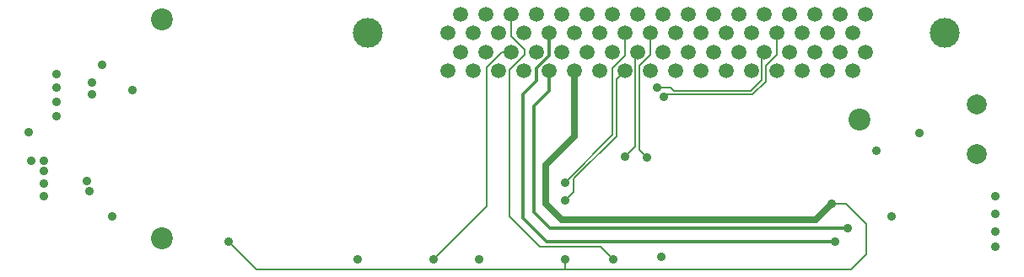
<source format=gbl>
G04 (created by PCBNEW (2013-mar-13)-testing) date Mon 11 Nov 2013 11:29:48 PM CET*
%MOIN*%
G04 Gerber Fmt 3.4, Leading zero omitted, Abs format*
%FSLAX34Y34*%
G01*
G70*
G90*
G04 APERTURE LIST*
%ADD10C,0.005906*%
%ADD11C,0.078740*%
%ADD12C,0.086614*%
%ADD13C,0.059055*%
%ADD14C,0.118110*%
%ADD15C,0.035000*%
%ADD16C,0.008200*%
%ADD17C,0.027000*%
%ADD18C,0.011811*%
G04 APERTURE END LIST*
G54D10*
G54D11*
X77460Y-54134D03*
X77460Y-52165D03*
G54D12*
X45275Y-48818D03*
X45275Y-57480D03*
X72834Y-52755D03*
G54D13*
X73059Y-50098D03*
X73059Y-48598D03*
X72559Y-50848D03*
X72559Y-49348D03*
X72059Y-50098D03*
X72059Y-48598D03*
X71559Y-50848D03*
X71559Y-49348D03*
X71059Y-50098D03*
X71059Y-48598D03*
X70559Y-50848D03*
X70559Y-49348D03*
X70059Y-50098D03*
X70059Y-48598D03*
X69559Y-50848D03*
X69559Y-49348D03*
X69059Y-50098D03*
X69059Y-48598D03*
X68559Y-50848D03*
X68559Y-49348D03*
X68059Y-50098D03*
X68059Y-48598D03*
X67559Y-50848D03*
X67559Y-49348D03*
X67059Y-50098D03*
X67059Y-48598D03*
X66559Y-50848D03*
X66559Y-49348D03*
X66059Y-50098D03*
X66059Y-48598D03*
X65559Y-50848D03*
X65559Y-49348D03*
X65059Y-50098D03*
X65059Y-48598D03*
X64559Y-50848D03*
X64559Y-49348D03*
X64059Y-50098D03*
X64059Y-48598D03*
X63559Y-50848D03*
X63559Y-49348D03*
X63059Y-50098D03*
X63059Y-48598D03*
X62559Y-50848D03*
X62559Y-49348D03*
X62059Y-50098D03*
X62059Y-48598D03*
X61559Y-50848D03*
X61559Y-49348D03*
X61059Y-50098D03*
X61059Y-48598D03*
X60559Y-50848D03*
X60559Y-49348D03*
X60059Y-50098D03*
X60059Y-48598D03*
X59559Y-50848D03*
X59559Y-49348D03*
X59059Y-50098D03*
X59059Y-48598D03*
X58559Y-50848D03*
X58559Y-49348D03*
X58059Y-50098D03*
X58059Y-48598D03*
X57559Y-50848D03*
X57559Y-49348D03*
X57059Y-50098D03*
X57059Y-48598D03*
X56559Y-50848D03*
X56559Y-49348D03*
G54D14*
X53409Y-49348D03*
X76208Y-49348D03*
G54D15*
X61200Y-58300D03*
X47900Y-57600D03*
X71730Y-56090D03*
X56000Y-58300D03*
X63100Y-58300D03*
X43300Y-56600D03*
X42900Y-50600D03*
X44100Y-51600D03*
X40100Y-54400D03*
X40600Y-54400D03*
X40600Y-54800D03*
X40600Y-55300D03*
X40600Y-55800D03*
X65000Y-58200D03*
X57800Y-58300D03*
X53000Y-58300D03*
X73500Y-54000D03*
X78200Y-57800D03*
X78200Y-57200D03*
X78200Y-56500D03*
X78200Y-55800D03*
X74100Y-56600D03*
X40010Y-53260D03*
X72380Y-57060D03*
X71870Y-57590D03*
X75200Y-53300D03*
X64840Y-51490D03*
X65090Y-51860D03*
X63560Y-54240D03*
X64430Y-54270D03*
X61190Y-55260D03*
X61220Y-55970D03*
X42500Y-51300D03*
X42300Y-55200D03*
X42400Y-55600D03*
X42500Y-51760D03*
X41100Y-52640D03*
X41100Y-51510D03*
X41100Y-52070D03*
X41090Y-50970D03*
G54D16*
X61200Y-58300D02*
X61200Y-58700D01*
X72290Y-56090D02*
X71730Y-56090D01*
X73100Y-56900D02*
X72290Y-56090D01*
X73100Y-58100D02*
X73100Y-56900D01*
X72500Y-58700D02*
X73100Y-58100D01*
X49000Y-58700D02*
X61200Y-58700D01*
X61200Y-58700D02*
X72500Y-58700D01*
X47900Y-57600D02*
X49000Y-58700D01*
G54D17*
X61559Y-53450D02*
X61559Y-50848D01*
X71730Y-56090D02*
X71100Y-56720D01*
X71100Y-56720D02*
X61060Y-56720D01*
X61060Y-56720D02*
X60440Y-56100D01*
X60440Y-56100D02*
X60440Y-54570D01*
X60440Y-54570D02*
X61559Y-53450D01*
G54D16*
X58701Y-50098D02*
X59059Y-50098D01*
X58100Y-50700D02*
X58701Y-50098D01*
X58100Y-56200D02*
X58100Y-50700D01*
X56000Y-58300D02*
X58100Y-56200D01*
X59059Y-49459D02*
X59059Y-48598D01*
X59600Y-50000D02*
X59059Y-49459D01*
X59600Y-50200D02*
X59600Y-50000D01*
X59000Y-50800D02*
X59600Y-50200D01*
X59000Y-56600D02*
X59000Y-50800D01*
X60200Y-57800D02*
X59000Y-56600D01*
X62600Y-57800D02*
X60200Y-57800D01*
X63100Y-58300D02*
X62600Y-57800D01*
G54D18*
X60559Y-51640D02*
X60559Y-50848D01*
X59960Y-52240D02*
X60559Y-51640D01*
X59960Y-56430D02*
X59960Y-52240D01*
X60610Y-57080D02*
X59960Y-56430D01*
X72360Y-57080D02*
X60610Y-57080D01*
X72380Y-57060D02*
X72360Y-57080D01*
X60559Y-50230D02*
X60559Y-49348D01*
X60060Y-50730D02*
X60559Y-50230D01*
X60060Y-51240D02*
X60060Y-50730D01*
X59540Y-51760D02*
X60060Y-51240D01*
X59540Y-56670D02*
X59540Y-51760D01*
X60470Y-57600D02*
X59540Y-56670D01*
X71860Y-57600D02*
X60470Y-57600D01*
X71870Y-57590D02*
X71860Y-57600D01*
G54D16*
X68977Y-50179D02*
X69059Y-50098D01*
X68977Y-51197D02*
X68977Y-50179D01*
X68547Y-51627D02*
X68977Y-51197D01*
X65517Y-51627D02*
X68547Y-51627D01*
X65380Y-51490D02*
X65517Y-51627D01*
X64840Y-51490D02*
X65380Y-51490D01*
X69559Y-50210D02*
X69559Y-49348D01*
X69130Y-50640D02*
X69559Y-50210D01*
X69130Y-51260D02*
X69130Y-50640D01*
X68610Y-51780D02*
X69130Y-51260D01*
X65170Y-51780D02*
X68610Y-51780D01*
X65090Y-51860D02*
X65170Y-51780D01*
X63980Y-50177D02*
X64059Y-50098D01*
X63980Y-53820D02*
X63980Y-50177D01*
X63560Y-54240D02*
X63980Y-53820D01*
X64559Y-50210D02*
X64559Y-49348D01*
X64132Y-50637D02*
X64559Y-50210D01*
X64132Y-53972D02*
X64132Y-50637D01*
X64430Y-54270D02*
X64132Y-53972D01*
X63559Y-50240D02*
X63559Y-49348D01*
X63080Y-50720D02*
X63559Y-50240D01*
X63080Y-53370D02*
X63080Y-50720D01*
X61190Y-55260D02*
X63080Y-53370D01*
X63232Y-51175D02*
X63559Y-50848D01*
X63232Y-53432D02*
X63232Y-51175D01*
X61550Y-55114D02*
X63232Y-53432D01*
X61550Y-55640D02*
X61550Y-55114D01*
X61220Y-55970D02*
X61550Y-55640D01*
M02*

</source>
